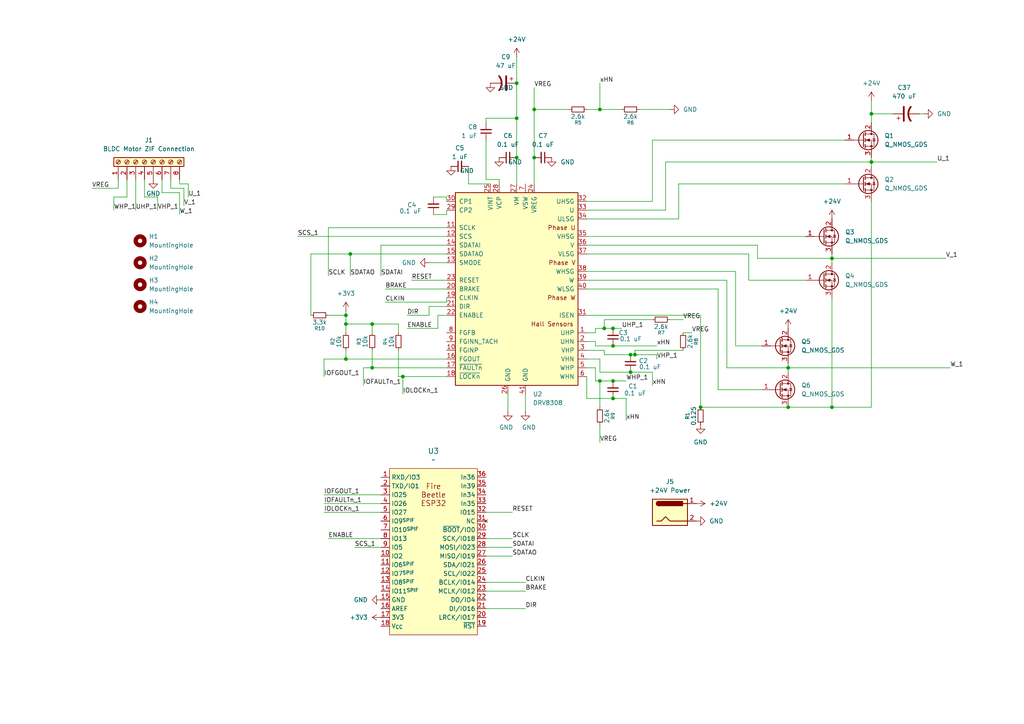
<source format=kicad_sch>
(kicad_sch (version 20250114) (generator "eeschema") (generator_version "9.0")
  (paper "A4")
  (title_block (title "BLDC Motor Control Module") (rev "03"))
  (lib_symbols
    (symbol "Connector:Barrel_Jack" (pin_names (offset 1.016))
      (property "Reference" "J" (at 0 5.334 0))
      (property "Value" "Barrel_Jack" (at 0 -5.08 0))
      (symbol "Barrel_Jack_0_1"
        (rectangle (start -5.08 3.81) (end 5.08 -3.81) (stroke (width 0.254)) (fill (type background)))
        (polyline (pts (xy -3.81 -2.54) (xy -2.54 -2.54) (xy -1.27 -1.27) (xy 0 -2.54) (xy 2.54 -2.54) (xy 5.08 -2.54)) (stroke (width 0.254)))
        (arc (start -3.302 1.905) (mid -3.9343 2.54) (end -3.302 3.175) (stroke (width 0.254)))
        (arc (start -3.302 1.905) (mid -3.9343 2.54) (end -3.302 3.175) (stroke (width 0.254)) (fill (type outline)))
        (rectangle (start 3.683 3.175) (end -3.302 1.905) (stroke (width 0.254)) (fill (type outline)))
        (polyline (pts (xy 5.08 2.54) (xy 3.81 2.54)) (stroke (width 0.254)))
      )
      (symbol "Barrel_Jack_1_1"
        (pin passive line (at 7.62 2.54 180) (length 2.54) (name "~") (number "1"))
        (pin passive line (at 7.62 -2.54 180) (length 2.54) (name "~") (number "2"))
      )
    )
    (symbol "Connector:Screw_Terminal_01x08" (pin_names (offset 1.016) (hide yes))
      (property "Reference" "J" (at 0 10.16 0))
      (property "Value" "Screw_Terminal_01x08" (at 0 -12.7 0))
      (symbol "Screw_Terminal_01x08_1_1"
        (rectangle (start -1.27 8.89) (end 1.27 -11.43) (stroke (width 0.254)) (fill (type background)))
        (polyline (pts (xy -0.5334 7.9502) (xy 0.3302 7.112)) (stroke (width 0.1524)))
        (polyline (pts (xy -0.5334 5.4102) (xy 0.3302 4.572)) (stroke (width 0.1524)))
        (polyline (pts (xy -0.5334 2.8702) (xy 0.3302 2.032)) (stroke (width 0.1524)))
        (polyline (pts (xy -0.5334 0.3302) (xy 0.3302 -0.508)) (stroke (width 0.1524)))
        (polyline (pts (xy -0.5334 -2.2098) (xy 0.3302 -3.048)) (stroke (width 0.1524)))
        (polyline (pts (xy -0.5334 -4.7498) (xy 0.3302 -5.588)) (stroke (width 0.1524)))
        (polyline (pts (xy -0.5334 -7.2898) (xy 0.3302 -8.128)) (stroke (width 0.1524)))
        (polyline (pts (xy -0.5334 -9.8298) (xy 0.3302 -10.668)) (stroke (width 0.1524)))
        (polyline (pts (xy -0.3556 8.128) (xy 0.508 7.2898)) (stroke (width 0.1524)))
        (polyline (pts (xy -0.3556 5.588) (xy 0.508 4.7498)) (stroke (width 0.1524)))
        (polyline (pts (xy -0.3556 3.048) (xy 0.508 2.2098)) (stroke (width 0.1524)))
        (polyline (pts (xy -0.3556 0.508) (xy 0.508 -0.3302)) (stroke (width 0.1524)))
        (polyline (pts (xy -0.3556 -2.032) (xy 0.508 -2.8702)) (stroke (width 0.1524)))
        (polyline (pts (xy -0.3556 -4.572) (xy 0.508 -5.4102)) (stroke (width 0.1524)))
        (polyline (pts (xy -0.3556 -7.112) (xy 0.508 -7.9502)) (stroke (width 0.1524)))
        (polyline (pts (xy -0.3556 -9.652) (xy 0.508 -10.4902)) (stroke (width 0.1524)))
        (circle (center 0 7.62) (radius 0.635) (stroke (width 0.1524)))
        (circle (center 0 5.08) (radius 0.635) (stroke (width 0.1524)))
        (circle (center 0 2.54) (radius 0.635) (stroke (width 0.1524)))
        (circle (center 0 0) (radius 0.635) (stroke (width 0.1524)))
        (circle (center 0 -2.54) (radius 0.635) (stroke (width 0.1524)))
        (circle (center 0 -5.08) (radius 0.635) (stroke (width 0.1524)))
        (circle (center 0 -7.62) (radius 0.635) (stroke (width 0.1524)))
        (circle (center 0 -10.16) (radius 0.635) (stroke (width 0.1524)))
        (pin passive line (at -5.08 7.62 0) (length 3.81) (name "Pin_1") (number "1"))
        (pin passive line (at -5.08 5.08 0) (length 3.81) (name "Pin_2") (number "2"))
        (pin passive line (at -5.08 2.54 0) (length 3.81) (name "Pin_3") (number "3"))
        (pin passive line (at -5.08 0 0) (length 3.81) (name "Pin_4") (number "4"))
        (pin passive line (at -5.08 -2.54 0) (length 3.81) (name "Pin_5") (number "5"))
        (pin passive line (at -5.08 -5.08 0) (length 3.81) (name "Pin_6") (number "6"))
        (pin passive line (at -5.08 -7.62 0) (length 3.81) (name "Pin_7") (number "7"))
        (pin passive line (at -5.08 -10.16 0) (length 3.81) (name "Pin_8") (number "8"))
      )
    )
    (symbol "Device:C_Polarized_US" (pin_numbers (hide yes)) (pin_names (offset 0.254) (hide yes))
      (property "Reference" "C" (at 0.635 2.54 0))
      (property "Value" "C_Polarized_US" (at 0.635 -2.54 0))
      (symbol "C_Polarized_US_0_1"
        (polyline (pts (xy -2.032 0.762) (xy 2.032 0.762)) (stroke (width 0.508)))
        (polyline (pts (xy -1.778 2.286) (xy -0.762 2.286)))
        (polyline (pts (xy -1.27 1.778) (xy -1.27 2.794)))
        (arc (start -2.032 -1.27) (mid 0 -0.5572) (end 2.032 -1.27) (stroke (width 0.508)))
      )
      (symbol "C_Polarized_US_1_1"
        (pin passive line (at 0 3.81 270) (length 2.794) (name "~") (number "1"))
        (pin passive line (at 0 -3.81 90) (length 3.302) (name "~") (number "2"))
      )
    )
    (symbol "Device:C_Small" (pin_numbers (hide yes)) (pin_names (offset 0.254) (hide yes))
      (property "Reference" "C" (at 0.254 1.778 0))
      (property "Value" "C_Small" (at 0.254 -2.032 0))
      (symbol "C_Small_0_1"
        (polyline (pts (xy -1.524 0.508) (xy 1.524 0.508)) (stroke (width 0.3048)))
        (polyline (pts (xy -1.524 -0.508) (xy 1.524 -0.508)) (stroke (width 0.3302)))
      )
      (symbol "C_Small_1_1"
        (pin passive line (at 0 2.54 270) (length 2.032) (name "~") (number "1"))
        (pin passive line (at 0 -2.54 90) (length 2.032) (name "~") (number "2"))
      )
    )
    (symbol "Device:R_Small" (pin_numbers (hide yes)) (pin_names (offset 0.254) (hide yes))
      (property "Reference" "R" (at 0 0 90))
      (property "Value" "R_Small" (at 1.778 0 90))
      (symbol "R_Small_0_1"
        (rectangle (start -0.762 1.778) (end 0.762 -1.778) (stroke (width 0.2032)))
      )
      (symbol "R_Small_1_1"
        (pin passive line (at 0 2.54 270) (length 0.762) (name "~") (number "1"))
        (pin passive line (at 0 -2.54 90) (length 0.762) (name "~") (number "2"))
      )
    )
    (symbol "Driver_Motor:DRV8308" (pin_names (offset 1.016))
      (property "Reference" "U" (at -17.78 36.83 0))
      (property "Value" "DRV8308" (at -17.78 -21.59 0))
      (symbol "DRV8308_0_0"
        (text "Hall Sensors" (at 16.51 -2.54 0) (effects (font (size 1.27 1.27)) (justify right)))
        (text "Phase U" (at 17.145 25.4 0) (effects (font (size 1.27 1.27)) (justify right)))
        (text "Phase V" (at 17.145 15.24 0) (effects (font (size 1.27 1.27)) (justify right)))
        (text "Phase W" (at 17.145 5.08 0) (effects (font (size 1.27 1.27)) (justify right)))
      )
      (symbol "DRV8308_0_1"
        (rectangle (start -17.78 35.56) (end 17.78 -20.32) (stroke (width 0.254)) (fill (type background)))
      )
      (symbol "DRV8308_1_1"
        (pin passive line (at -20.32 33.02 0) (length 2.54) (name "CP1") (number "30"))
        (pin passive line (at -20.32 30.48 0) (length 2.54) (name "CP2") (number "29"))
        (pin input line (at -20.32 25.4 0) (length 2.54) (name "SCLK") (number "11"))
        (pin input line (at -20.32 22.86 0) (length 2.54) (name "SCS") (number "12"))
        (pin input line (at -20.32 20.32 0) (length 2.54) (name "SDATAI") (number "14"))
        (pin output line (at -20.32 17.78 0) (length 2.54) (name "SDATAO") (number "15"))
        (pin input line (at -20.32 15.24 0) (length 2.54) (name "SMODE") (number "13"))
        (pin input line (at -20.32 10.16 0) (length 2.54) (name "RESET") (number "23"))
        (pin input line (at -20.32 7.62 0) (length 2.54) (name "BRAKE") (number "20"))
        (pin input line (at -20.32 5.08 0) (length 2.54) (name "CLKIN") (number "19"))
        (pin input line (at -20.32 2.54 0) (length 2.54) (name "DIR") (number "21"))
        (pin input line (at -20.32 0 0) (length 2.54) (name "ENABLE") (number "22"))
        (pin output line (at -20.32 -5.08 0) (length 2.54) (name "FGFB") (number "8"))
        (pin input line (at -20.32 -7.62 0) (length 2.54) (name "FGINN_TACH") (number "9"))
        (pin bidirectional line (at -20.32 -10.16 0) (length 2.54) (name "FGINP") (number "10"))
        (pin output line (at -20.32 -12.7 0) (length 2.54) (name "FGOUT") (number "16"))
        (pin output line (at -20.32 -15.24 0) (length 2.54) (name "~{FAULTn}") (number "17"))
        (pin output line (at -20.32 -17.78 0) (length 2.54) (name "~{LOCKn}") (number "18"))
        (pin passive line (at -7.62 38.1 270) (length 2.54) (name "VINT") (number "25"))
        (pin passive line (at -5.08 38.1 270) (length 2.54) (name "VCP") (number "28"))
        (pin power_in line (at -2.54 -22.86 90) (length 2.54) (name "GND") (number "26"))
        (pin power_in line (at 0 38.1 270) (length 2.54) (name "VM") (number "27"))
        (pin power_out line (at 2.54 38.1 270) (length 2.54) (name "VSW") (number "7"))
        (pin power_in line (at 2.54 -22.86 90) (length 2.54) (name "GND") (number "41"))
        (pin power_out line (at 5.08 38.1 270) (length 2.54) (name "VREG") (number "24"))
        (pin output line (at 20.32 33.02 180) (length 2.54) (name "UHSG") (number "32"))
        (pin input line (at 20.32 30.48 180) (length 2.54) (name "U") (number "33"))
        (pin output line (at 20.32 27.94 180) (length 2.54) (name "ULSG") (number "34"))
        (pin output line (at 20.32 22.86 180) (length 2.54) (name "VHSG") (number "35"))
        (pin input line (at 20.32 20.32 180) (length 2.54) (name "V") (number "36"))
        (pin output line (at 20.32 17.78 180) (length 2.54) (name "VLSG") (number "37"))
        (pin output line (at 20.32 12.7 180) (length 2.54) (name "WHSG") (number "38"))
        (pin input line (at 20.32 10.16 180) (length 2.54) (name "W") (number "39"))
        (pin output line (at 20.32 7.62 180) (length 2.54) (name "WLSG") (number "40"))
        (pin input line (at 20.32 0 180) (length 2.54) (name "ISEN") (number "31"))
        (pin input line (at 20.32 -5.08 180) (length 2.54) (name "UHP") (number "1"))
        (pin input line (at 20.32 -7.62 180) (length 2.54) (name "UHN") (number "2"))
        (pin input line (at 20.32 -10.16 180) (length 2.54) (name "VHP") (number "3"))
        (pin input line (at 20.32 -12.7 180) (length 2.54) (name "VHN") (number "4"))
        (pin input line (at 20.32 -15.24 180) (length 2.54) (name "WHP") (number "5"))
        (pin input line (at 20.32 -17.78 180) (length 2.54) (name "WHN") (number "6"))
      )
    )
    (symbol "ME507:FireBeetle-ESP32"
      (property "Reference" "U" (at -2.2226 9.1862 0))
      (symbol "FireBeetle-ESP32_1_1"
        (polyline (pts (xy -12.7 22.86) (xy 12.7 22.86) (xy 12.7 -25.4) (xy -12.7 -25.4) (xy -12.7 22.86)) (fill (type background)))
        (text "Fire\nBeetle\nESP32" (at 0 15.24 0) (effects (font (size 1.524 1.524))))
        (pin bidirectional line (at -15.24 20.32 0) (length 2.54) (name "RXD/IO3") (number "1"))
        (pin bidirectional line (at -15.24 17.78 0) (length 2.54) (name "TXD/IO1") (number "2"))
        (pin bidirectional line (at -15.24 15.24 0) (length 2.54) (name "IO25") (number "3"))
        (pin bidirectional line (at -15.24 12.7 0) (length 2.54) (name "IO26") (number "4"))
        (pin bidirectional line (at -15.24 10.16 0) (length 2.54) (name "IO27") (number "5"))
        (pin unspecified line (at -15.24 7.62 0) (length 2.54) (name "IO9^{SPIF}") (number "6"))
        (pin unspecified line (at -15.24 5.08 0) (length 2.54) (name "IO10^{SPIF}") (number "7"))
        (pin bidirectional line (at -15.24 2.54 0) (length 2.54) (name "IO13") (number "8"))
        (pin bidirectional line (at -15.24 0 0) (length 2.54) (name "IO5") (number "9"))
        (pin bidirectional line (at -15.24 -2.54 0) (length 2.54) (name "IO2") (number "10"))
        (pin unspecified line (at -15.24 -5.08 0) (length 2.54) (name "IO6^{SPIF}") (number "11"))
        (pin unspecified line (at -15.24 -7.62 0) (length 2.54) (name "IO7^{SPIF}") (number "12"))
        (pin unspecified line (at -15.24 -10.16 0) (length 2.54) (name "IO8^{SPIF}") (number "13"))
        (pin unspecified line (at -15.24 -12.7 0) (length 2.54) (name "IO11^{SPIF}") (number "14"))
        (pin power_in line (at -15.24 -15.24 0) (length 2.54) (name "GND") (number "15"))
        (pin input line (at -15.24 -17.78 0) (length 2.54) (name "AREF") (number "16"))
        (pin power_out line (at -15.24 -20.32 0) (length 2.54) (name "3V3") (number "17"))
        (pin unspecified line (at -15.24 -22.86 0) (length 2.54) (name "V_{CC}") (number "18"))
        (pin input line (at 15.24 20.32 180) (length 2.54) (name "In36") (number "36"))
        (pin input line (at 15.24 17.78 180) (length 2.54) (name "In39") (number "35"))
        (pin input line (at 15.24 15.24 180) (length 2.54) (name "In34") (number "34"))
        (pin input line (at 15.24 12.7 180) (length 2.54) (name "In35") (number "33"))
        (pin bidirectional line (at 15.24 10.16 180) (length 2.54) (name "IO15") (number "32"))
        (pin no_connect line (at 15.24 7.62 180) (length 2.54) (name "NC") (number "31"))
        (pin bidirectional line (at 15.24 5.08 180) (length 2.54) (name "~{BOOT}/IO0") (number "30"))
        (pin bidirectional line (at 15.24 2.54 180) (length 2.54) (name "SCK/IO18") (number "29"))
        (pin bidirectional line (at 15.24 0 180) (length 2.54) (name "MOSI/IO23") (number "28"))
        (pin bidirectional line (at 15.24 -2.54 180) (length 2.54) (name "MISO/IO19") (number "27"))
        (pin bidirectional line (at 15.24 -5.08 180) (length 2.54) (name "SDA/IO21") (number "26"))
        (pin bidirectional line (at 15.24 -7.62 180) (length 2.54) (name "SCL/IO22") (number "25"))
        (pin bidirectional line (at 15.24 -10.16 180) (length 2.54) (name "BCLK/IO14") (number "24"))
        (pin bidirectional line (at 15.24 -12.7 180) (length 2.54) (name "MCLK/IO12") (number "23"))
        (pin bidirectional line (at 15.24 -15.24 180) (length 2.54) (name "DO/IO4") (number "22"))
        (pin bidirectional line (at 15.24 -17.78 180) (length 2.54) (name "DI/IO16") (number "21"))
        (pin bidirectional line (at 15.24 -20.32 180) (length 2.54) (name "LRCK/IO17") (number "20"))
        (pin bidirectional line (at 15.24 -22.86 180) (length 2.54) (name "~{RST}") (number "19"))
      )
    )
    (symbol "Mechanical:MountingHole" (pin_names (offset 1.016)) (in_bom no)
      (property "Reference" "H" (at 0 5.08 0))
      (property "Value" "MountingHole" (at 0 3.175 0))
      (symbol "MountingHole_0_1"
        (circle (center 0 0) (radius 1.27) (stroke (width 1.27)))
      )
    )
    (symbol "Transistor_FET:Q_NMOS_GDS" (pin_names (offset 0) (hide yes))
      (property "Reference" "Q" (at 5.08 1.905 0))
      (property "Value" "Q_NMOS_GDS" (at 5.08 0 0))
      (symbol "Q_NMOS_GDS_0_1"
        (polyline (pts (xy 0.254 1.905) (xy 0.254 -1.905)) (stroke (width 0.254)))
        (polyline (pts (xy 0.254 0) (xy -2.54 0)))
        (polyline (pts (xy 0.762 2.286) (xy 0.762 1.27)) (stroke (width 0.254)))
        (polyline (pts (xy 0.762 0.508) (xy 0.762 -0.508)) (stroke (width 0.254)))
        (polyline (pts (xy 0.762 -1.27) (xy 0.762 -2.286)) (stroke (width 0.254)))
        (polyline (pts (xy 0.762 -1.778) (xy 3.302 -1.778) (xy 3.302 1.778) (xy 0.762 1.778)))
        (polyline (pts (xy 1.016 0) (xy 2.032 0.381) (xy 2.032 -0.381) (xy 1.016 0)) (fill (type outline)))
        (circle (center 1.651 0) (radius 2.794) (stroke (width 0.254)))
        (polyline (pts (xy 2.54 2.54) (xy 2.54 1.778)))
        (circle (center 2.54 1.778) (radius 0.254) (fill (type outline)))
        (circle (center 2.54 -1.778) (radius 0.254) (fill (type outline)))
        (polyline (pts (xy 2.54 -2.54) (xy 2.54 0) (xy 0.762 0)))
        (polyline (pts (xy 2.921 0.381) (xy 3.683 0.381)))
        (polyline (pts (xy 3.302 0.381) (xy 2.921 -0.254) (xy 3.683 -0.254) (xy 3.302 0.381)))
      )
      (symbol "Q_NMOS_GDS_1_1"
        (pin input line (at -5.08 0 0) (length 2.54) (name "G") (number "1"))
        (pin passive line (at 2.54 5.08 270) (length 2.54) (name "D") (number "2"))
        (pin passive line (at 2.54 -5.08 90) (length 2.54) (name "S") (number "3"))
      )
    )
    (symbol "power:+24V" (power) (pin_numbers (hide yes)) (pin_names (offset 0) (hide yes))
      (property "Value" "+24V" (at 0 3.556 0))
      (symbol "+24V_0_1"
        (polyline (pts (xy -0.762 1.27) (xy 0 2.54)))
        (polyline (pts (xy 0 2.54) (xy 0.762 1.27)))
        (polyline (pts (xy 0 0) (xy 0 2.54)))
      )
      (symbol "+24V_1_1"
        (pin power_in line (at 0 0 90) (length 0) (name "~") (number "1"))
      )
    )
    (symbol "power:+5V" (power) (pin_numbers (hide yes)) (pin_names (offset 0) (hide yes))
      (property "Value" "+5V" (at 0 3.556 0))
      (symbol "+5V_0_1"
        (polyline (pts (xy -0.762 1.27) (xy 0 2.54)))
        (polyline (pts (xy 0 2.54) (xy 0.762 1.27)))
        (polyline (pts (xy 0 0) (xy 0 2.54)))
      )
      (symbol "+5V_1_1"
        (pin power_in line (at 0 0 90) (length 0) (name "~") (number "1"))
      )
    )
    (symbol "power:GND" (power) (pin_numbers (hide yes)) (pin_names (offset 0) (hide yes))
      (property "Value" "GND" (at 0 -3.81 0))
      (symbol "GND_0_1"
        (polyline (pts (xy 0 0) (xy 0 -1.27) (xy 1.27 -1.27) (xy 0 -2.54) (xy -1.27 -1.27) (xy 0 -1.27)))
      )
      (symbol "GND_1_1"
        (pin power_in line (at 0 0 270) (length 0) (name "~") (number "1"))
      )
    )
    (symbol "power:GND1" (power) (pin_numbers (hide yes)) (pin_names (offset 0) (hide yes))
      (property "Value" "GND1" (at 0 -3.81 0))
      (symbol "GND1_0_1"
        (polyline (pts (xy 0 0) (xy 0 -1.27) (xy 1.27 -1.27) (xy 0 -2.54) (xy -1.27 -1.27) (xy 0 -1.27)))
      )
      (symbol "GND1_1_1"
        (pin power_in line (at 0 0 270) (length 0) (name "~") (number "1"))
      )
    )
  )
  (junction (at 149.86 34.29))
  (junction (at 100.33 93.98))
  (junction (at 154.94 45.72))
  (junction (at 241.3 118.11))
  (junction (at 101.6 73.66))
  (junction (at 177.8 110.49))
  (junction (at 228.6 106.68))
  (junction (at 107.95 106.68))
  (junction (at 184.15 102.87))
  (junction (at 175.26 95.25))
  (junction (at 182.88 102.87))
  (junction (at 182.88 107.95))
  (junction (at 252.73 46.99))
  (junction (at 100.33 91.44))
  (junction (at 100.33 104.14))
  (junction (at 173.99 31.75))
  (junction (at 154.94 31.75))
  (junction (at 203.2 118.11))
  (junction (at 177.8 115.57))
  (junction (at 228.6 118.11))
  (junction (at 177.8 100.33))
  (junction (at 173.99 110.49))
  (junction (at 149.86 24.13))
  (junction (at 116.84 109.22))
  (junction (at 252.73 33.02))
  (junction (at 241.3 74.93))
  (junction (at 149.86 45.72))
  (junction (at 177.8 95.25))
  (junction (at 107.95 93.98))
  (wire (pts (xy 100.33 93.98) (xy 100.33 96.52)))
  (wire (pts (xy 267.97 33.02) (xy 266.7 33.02)))
  (wire (pts (xy 140.97 158.75) (xy 148.59 158.75)))
  (wire (pts (xy 182.88 102.87) (xy 184.15 102.87)))
  (wire (pts (xy 140.97 168.91) (xy 152.4 168.91)))
  (wire (pts (xy 100.33 104.14) (xy 129.54 104.14)))
  (wire (pts (xy 46.99 55.88) (xy 52.07 55.88)))
  (wire (pts (xy 129.54 71.12) (xy 110.49 71.12)))
  (wire (pts (xy 95.25 91.44) (xy 100.33 91.44)))
  (wire (pts (xy 93.98 146.05) (xy 110.49 146.05)))
  (wire (pts (xy 102.87 158.75) (xy 110.49 158.75)))
  (wire (pts (xy 198.12 101.6) (xy 184.15 101.6)))
  (wire (pts (xy 170.18 63.5) (xy 196.85 63.5)))
  (wire (pts (xy 149.86 45.72) (xy 149.86 53.34)))
  (wire (pts (xy 184.15 101.6) (xy 184.15 102.87)))
  (wire (pts (xy 217.17 81.28) (xy 233.68 81.28)))
  (wire (pts (xy 241.3 73.66) (xy 241.3 74.93)))
  (wire (pts (xy 252.73 45.72) (xy 252.73 46.99)))
  (wire (pts (xy 170.18 31.75) (xy 173.99 31.75)))
  (wire (pts (xy 129.54 91.44) (xy 127 91.44)))
  (wire (pts (xy 49.53 54.61) (xy 53.34 54.61)))
  (wire (pts (xy 93.98 104.14) (xy 100.33 104.14)))
  (wire (pts (xy 173.99 104.14) (xy 173.99 107.95)))
  (wire (pts (xy 149.86 34.29) (xy 149.86 45.72)))
  (wire (pts (xy 203.2 118.11) (xy 228.6 118.11)))
  (wire (pts (xy 93.98 148.59) (xy 110.49 148.59)))
  (wire (pts (xy 54.61 53.34) (xy 54.61 57.15)))
  (wire (pts (xy 93.98 143.51) (xy 110.49 143.51)))
  (wire (pts (xy 41.91 52.07) (xy 41.91 57.15)))
  (wire (pts (xy 175.26 102.87) (xy 182.88 102.87)))
  (wire (pts (xy 111.76 87.63) (xy 129.54 87.63)))
  (wire (pts (xy 154.94 31.75) (xy 165.1 31.75)))
  (wire (pts (xy 45.72 57.15) (xy 45.72 60.96)))
  (wire (pts (xy 107.95 93.98) (xy 115.57 93.98)))
  (wire (pts (xy 49.53 52.07) (xy 49.53 54.61)))
  (wire (pts (xy 170.18 96.52) (xy 172.72 96.52)))
  (wire (pts (xy 228.6 105.41) (xy 228.6 106.68)))
  (wire (pts (xy 175.26 95.25) (xy 177.8 95.25)))
  (wire (pts (xy 152.4 114.3) (xy 152.4 119.38)))
  (wire (pts (xy 95.25 66.04) (xy 95.25 80.01)))
  (wire (pts (xy 210.82 106.68) (xy 228.6 106.68)))
  (wire (pts (xy 154.94 25.4) (xy 154.94 31.75)))
  (wire (pts (xy 140.97 148.59) (xy 148.59 148.59)))
  (wire (pts (xy 228.6 106.68) (xy 275.59 106.68)))
  (wire (pts (xy 173.99 107.95) (xy 182.88 107.95)))
  (wire (pts (xy 184.15 102.87) (xy 190.5 102.87)))
  (wire (pts (xy 208.28 113.03) (xy 220.98 113.03)))
  (wire (pts (xy 170.18 81.28) (xy 210.82 81.28)))
  (wire (pts (xy 219.71 71.12) (xy 219.71 74.93)))
  (wire (pts (xy 144.78 53.34) (xy 144.78 52.07)))
  (wire (pts (xy 100.33 91.44) (xy 100.33 93.98)))
  (wire (pts (xy 172.72 99.06) (xy 172.72 100.33)))
  (wire (pts (xy 118.11 95.25) (xy 127 95.25)))
  (wire (pts (xy 173.99 110.49) (xy 173.99 118.11)))
  (wire (pts (xy 175.26 92.71) (xy 175.26 95.25)))
  (wire (pts (xy 252.73 33.02) (xy 252.73 35.56)))
  (wire (pts (xy 173.99 123.19) (xy 173.99 128.27)))
  (wire (pts (xy 170.18 58.42) (xy 189.23 58.42)))
  (wire (pts (xy 170.18 78.74) (xy 213.36 78.74)))
  (wire (pts (xy 189.23 92.71) (xy 175.26 92.71)))
  (wire (pts (xy 105.41 111.76) (xy 105.41 106.68)))
  (wire (pts (xy 182.88 107.95) (xy 189.23 107.95)))
  (wire (pts (xy 170.18 73.66) (xy 217.17 73.66)))
  (wire (pts (xy 252.73 58.42) (xy 252.73 118.11)))
  (wire (pts (xy 129.54 60.96) (xy 129.54 62.23)))
  (wire (pts (xy 140.97 34.29) (xy 149.86 34.29)))
  (wire (pts (xy 95.25 156.21) (xy 110.49 156.21)))
  (wire (pts (xy 140.97 156.21) (xy 148.59 156.21)))
  (wire (pts (xy 116.84 109.22) (xy 129.54 109.22)))
  (wire (pts (xy 52.07 55.88) (xy 52.07 62.23)))
  (wire (pts (xy 170.18 60.96) (xy 193.04 60.96)))
  (wire (pts (xy 124.46 76.2) (xy 129.54 76.2)))
  (wire (pts (xy 170.18 106.68) (xy 172.72 106.68)))
  (wire (pts (xy 154.94 53.34) (xy 154.94 45.72)))
  (wire (pts (xy 189.23 40.64) (xy 245.11 40.64)))
  (wire (pts (xy 105.41 106.68) (xy 107.95 106.68)))
  (wire (pts (xy 118.11 91.44) (xy 124.46 91.44)))
  (wire (pts (xy 135.89 48.26) (xy 135.89 53.34)))
  (wire (pts (xy 100.33 101.6) (xy 100.33 104.14)))
  (wire (pts (xy 33.02 57.15) (xy 33.02 60.96)))
  (wire (pts (xy 34.29 52.07) (xy 34.29 54.61)))
  (wire (pts (xy 181.61 121.92) (xy 181.61 115.57)))
  (wire (pts (xy 189.23 107.95) (xy 189.23 111.76)))
  (wire (pts (xy 125.73 57.15) (xy 129.54 57.15)))
  (wire (pts (xy 177.8 110.49) (xy 181.61 110.49)))
  (wire (pts (xy 173.99 31.75) (xy 180.34 31.75)))
  (wire (pts (xy 142.24 53.34) (xy 135.89 53.34)))
  (wire (pts (xy 172.72 110.49) (xy 173.99 110.49)))
  (wire (pts (xy 252.73 118.11) (xy 241.3 118.11)))
  (wire (pts (xy 196.85 63.5) (xy 196.85 53.34)))
  (wire (pts (xy 149.86 16.51) (xy 149.86 24.13)))
  (wire (pts (xy 140.97 34.29) (xy 140.97 35.56)))
  (wire (pts (xy 190.5 100.33) (xy 177.8 100.33)))
  (wire (pts (xy 241.3 118.11) (xy 228.6 118.11)))
  (wire (pts (xy 107.95 96.52) (xy 107.95 93.98)))
  (wire (pts (xy 170.18 115.57) (xy 177.8 115.57)))
  (wire (pts (xy 252.73 29.21) (xy 252.73 33.02)))
  (wire (pts (xy 173.99 24.13) (xy 173.99 31.75)))
  (wire (pts (xy 175.26 101.6) (xy 175.26 102.87)))
  (wire (pts (xy 52.07 53.34) (xy 54.61 53.34)))
  (wire (pts (xy 172.72 106.68) (xy 172.72 110.49)))
  (wire (pts (xy 115.57 101.6) (xy 115.57 109.22)))
  (wire (pts (xy 140.97 176.53) (xy 152.4 176.53)))
  (wire (pts (xy 252.73 46.99) (xy 271.78 46.99)))
  (wire (pts (xy 86.36 68.58) (xy 129.54 68.58)))
  (wire (pts (xy 170.18 101.6) (xy 175.26 101.6)))
  (wire (pts (xy 125.73 62.23) (xy 129.54 62.23)))
  (wire (pts (xy 173.99 110.49) (xy 177.8 110.49)))
  (wire (pts (xy 241.3 74.93) (xy 241.3 76.2)))
  (wire (pts (xy 149.86 24.13) (xy 149.86 34.29)))
  (wire (pts (xy 101.6 73.66) (xy 101.6 80.01)))
  (wire (pts (xy 170.18 99.06) (xy 172.72 99.06)))
  (wire (pts (xy 110.49 71.12) (xy 110.49 80.01)))
  (wire (pts (xy 154.94 31.75) (xy 154.94 45.72)))
  (wire (pts (xy 193.04 60.96) (xy 193.04 46.99)))
  (wire (pts (xy 115.57 96.52) (xy 115.57 93.98)))
  (wire (pts (xy 170.18 71.12) (xy 219.71 71.12)))
  (wire (pts (xy 203.2 91.44) (xy 203.2 118.11)))
  (wire (pts (xy 26.67 54.61) (xy 34.29 54.61)))
  (wire (pts (xy 170.18 91.44) (xy 203.2 91.44)))
  (wire (pts (xy 107.95 106.68) (xy 129.54 106.68)))
  (wire (pts (xy 170.18 68.58) (xy 233.68 68.58)))
  (wire (pts (xy 140.97 40.64) (xy 140.97 52.07)))
  (wire (pts (xy 111.76 83.82) (xy 129.54 83.82)))
  (wire (pts (xy 241.3 86.36) (xy 241.3 118.11)))
  (wire (pts (xy 100.33 90.17) (xy 100.33 91.44)))
  (wire (pts (xy 129.54 73.66) (xy 101.6 73.66)))
  (wire (pts (xy 181.61 115.57) (xy 177.8 115.57)))
  (wire (pts (xy 115.57 109.22) (xy 116.84 109.22)))
  (wire (pts (xy 36.83 52.07) (xy 36.83 57.15)))
  (wire (pts (xy 144.78 52.07) (xy 140.97 52.07)))
  (wire (pts (xy 90.17 73.66) (xy 101.6 73.66)))
  (wire (pts (xy 228.6 106.68) (xy 228.6 107.95)))
  (wire (pts (xy 124.46 88.9) (xy 124.46 91.44)))
  (wire (pts (xy 140.97 161.29) (xy 148.59 161.29)))
  (wire (pts (xy 100.33 93.98) (xy 107.95 93.98)))
  (wire (pts (xy 119.38 81.28) (xy 129.54 81.28)))
  (wire (pts (xy 241.3 74.93) (xy 274.32 74.93)))
  (wire (pts (xy 170.18 104.14) (xy 173.99 104.14)))
  (wire (pts (xy 189.23 58.42) (xy 189.23 40.64)))
  (wire (pts (xy 107.95 101.6) (xy 107.95 106.68)))
  (wire (pts (xy 190.5 102.87) (xy 190.5 104.14)))
  (wire (pts (xy 213.36 100.33) (xy 220.98 100.33)))
  (wire (pts (xy 90.17 91.44) (xy 90.17 73.66)))
  (wire (pts (xy 210.82 81.28) (xy 210.82 106.68)))
  (wire (pts (xy 172.72 95.25) (xy 175.26 95.25)))
  (wire (pts (xy 46.99 52.07) (xy 46.99 55.88)))
  (wire (pts (xy 185.42 31.75) (xy 194.31 31.75)))
  (wire (pts (xy 198.12 96.52) (xy 200.66 96.52)))
  (wire (pts (xy 129.54 57.15) (xy 129.54 58.42)))
  (wire (pts (xy 170.18 83.82) (xy 208.28 83.82)))
  (wire (pts (xy 116.84 109.22) (xy 116.84 114.3)))
  (wire (pts (xy 129.54 88.9) (xy 124.46 88.9)))
  (wire (pts (xy 52.07 52.07) (xy 52.07 53.34)))
  (wire (pts (xy 217.17 73.66) (xy 217.17 81.28)))
  (wire (pts (xy 53.34 54.61) (xy 53.34 59.69)))
  (wire (pts (xy 177.8 95.25) (xy 180.34 95.25)))
  (wire (pts (xy 193.04 46.99) (xy 252.73 46.99)))
  (wire (pts (xy 127 91.44) (xy 127 95.25)))
  (wire (pts (xy 129.54 66.04) (xy 95.25 66.04)))
  (wire (pts (xy 147.32 114.3) (xy 147.32 119.38)))
  (wire (pts (xy 208.28 83.82) (xy 208.28 113.03)))
  (wire (pts (xy 213.36 78.74) (xy 213.36 100.33)))
  (wire (pts (xy 172.72 96.52) (xy 172.72 95.25)))
  (wire (pts (xy 252.73 46.99) (xy 252.73 48.26)))
  (wire (pts (xy 93.98 104.14) (xy 93.98 109.22)))
  (wire (pts (xy 196.85 53.34) (xy 245.11 53.34)))
  (wire (pts (xy 172.72 100.33) (xy 177.8 100.33)))
  (wire (pts (xy 140.97 171.45) (xy 152.4 171.45)))
  (wire (pts (xy 252.73 33.02) (xy 259.08 33.02)))
  (wire (pts (xy 36.83 57.15) (xy 33.02 57.15)))
  (wire (pts (xy 219.71 74.93) (xy 241.3 74.93)))
  (wire (pts (xy 194.31 92.71) (xy 198.12 92.71)))
  (wire (pts (xy 170.18 109.22) (xy 170.18 115.57)))
  (wire (pts (xy 39.37 52.07) (xy 39.37 60.96)))
  (wire (pts (xy 129.54 87.63) (xy 129.54 86.36)))
  (wire (pts (xy 41.91 57.15) (xy 45.72 57.15)))
  (label "IOFGOUT_1" (at 93.98 109.22 0))
  (label "IOFAULTn_1" (at 93.98 146.05 0))
  (label "VHP_1" (at 45.72 60.96 0))
  (label "SDATAI" (at 148.59 158.75 0))
  (label "SCS_1" (at 86.36 68.58 0))
  (label "U_1" (at 54.61 57.15 0))
  (label "W_1" (at 275.59 106.68 0))
  (label "IOLOCKn_1" (at 116.84 114.3 0))
  (label "ENABLE" (at 118.11 95.25 0))
  (label "UHP_1" (at 39.37 60.96 0))
  (label "DIR" (at 152.4 176.53 0))
  (label "VHP_1" (at 190.5 104.14 0))
  (label "VREG" (at 173.99 128.27 0))
  (label "xHN" (at 190.5 100.33 0))
  (label "SCLK" (at 148.59 156.21 0))
  (label "xHN" (at 173.99 24.13 0))
  (label "WHP_1" (at 33.02 60.96 0))
  (label "VREG" (at 200.66 96.52 0))
  (label "VREG" (at 154.94 25.4 0))
  (label "UHP_1" (at 180.34 95.25 0))
  (label "ENABLE" (at 95.25 156.21 0))
  (label "VREG" (at 26.67 54.61 0))
  (label "xHN" (at 189.23 111.76 0))
  (label "IOFGOUT_1" (at 93.98 143.51 0))
  (label "SDATAO" (at 101.6 80.01 0))
  (label "BRAKE" (at 152.4 171.45 0))
  (label "CLKIN" (at 152.4 168.91 0))
  (label "W_1" (at 52.07 62.23 0))
  (label "CLKIN" (at 111.76 87.63 0))
  (label "RESET" (at 119.38 81.28 0))
  (label "SDATAI" (at 110.49 80.01 0))
  (label "SDATAO" (at 148.59 161.29 0))
  (label "SCLK" (at 95.25 80.01 0))
  (label "U_1" (at 271.78 46.99 0))
  (label "DIR" (at 118.11 91.44 0))
  (label "xHN" (at 181.61 121.92 0))
  (label "IOLOCKn_1" (at 93.98 148.59 0))
  (label "V_1" (at 53.34 59.69 0))
  (label "VREG" (at 198.12 92.71 0))
  (label "IOFAULTn_1" (at 105.41 111.76 0))
  (label "WHP_1" (at 181.61 110.49 0))
  (label "V_1" (at 274.32 74.93 0))
  (label "SCS_1" (at 102.87 158.75 0))
  (label "RESET" (at 148.59 148.59 0))
  (label "BRAKE" (at 111.76 83.82 0))
  (symbol (lib_id "power:GND1") (at 267.97 33.02 90) (unit 1)
    (property "Reference" "#PWR063" (effects (hide yes)))
    (property "Value" "GND" (at 271.78 33.0199 90) (effects (justify right)))
    (property "Description" "Power symbol creates a global label with name \"GND1\" , ground" (effects (hide yes)))
  )
  (symbol (lib_id "Device:C_Small") (at 182.88 105.41 0) (mirror x) (unit 1)
    (property "Reference" "C2" (at 187.96 104.648 0) (effects (justify right)))
    (property "Value" "0.1 uF" (at 191.77 106.426 0) (effects (justify right)))
    (property "Footprint" "Capacitor_SMD:C_0805_2012Metric" (effects (hide yes)))
    (property "Description" "Unpolarized capacitor, small symbol" (effects (hide yes)))
  )
  (symbol (lib_id "Transistor_FET:Q_NMOS_GDS") (at 238.76 81.28 0) (unit 1)
    (property "Reference" "Q4" (at 245.11 80.0099 0) (effects (justify left)))
    (property "Value" "Q_NMOS_GDS" (at 245.11 82.5499 0) (effects (justify left)))
    (property "Footprint" "Package_TO_SOT_SMD:TO-252-3_TabPin2" (effects (hide yes)))
    (property "Description" "N-MOSFET transistor, gate/drain/source" (effects (hide yes)))
  )
  (symbol (lib_id "power:GND1") (at 152.4 119.38 0) (unit 1)
    (property "Reference" "#PWR053" (effects (hide yes)))
    (property "Value" "GND" (at 153.416 123.952 0))
    (property "Description" "Power symbol creates a global label with name \"GND1\" , ground" (effects (hide yes)))
  )
  (symbol (lib_id "Device:R_Small") (at 198.12 99.06 0) (unit 1)
    (property "Reference" "R8" (at 201.93 99.06 90) (effects (font (size 1.016 1.016))))
    (property "Value" "2.6k" (at 200.152 99.06 90))
    (property "Footprint" "Resistor_SMD:R_0805_2012Metric" (effects (hide yes)))
    (property "Description" "Resistor, small symbol" (effects (hide yes)))
  )
  (symbol (lib_id "Device:C_Small") (at 125.73 59.69 180) (unit 1)
    (property "Reference" "C4" (at 118.11 59.436 0) (effects (justify right)))
    (property "Value" "0.1 uF" (at 115.824 61.214 0) (effects (justify right)))
    (property "Footprint" "Capacitor_SMD:C_0805_2012Metric" (effects (hide yes)))
    (property "Description" "Unpolarized capacitor, small symbol" (effects (hide yes)))
  )
  (symbol (lib_id "Connector:Barrel_Jack") (at 194.31 148.59 0) (unit 1)
    (property "Reference" "J5" (at 194.31 139.7 0))
    (property "Value" "+24V Power" (at 194.31 142.24 0))
    (property "Footprint" "Connector_BarrelJack:BarrelJack_Wuerth_694108106102_2.5x5.5mm" (effects (hide yes)))
    (property "Description" "DC Barrel Jack" (effects (hide yes)))
  )
  (symbol (lib_id "Device:R_Small") (at 191.77 92.71 270) (unit 1)
    (property "Reference" "R7" (at 191.77 96.52 90) (effects (font (size 1.016 1.016))))
    (property "Value" "2.6k" (at 191.77 94.742 90))
    (property "Footprint" "Resistor_SMD:R_0805_2012Metric" (effects (hide yes)))
    (property "Description" "Resistor, small symbol" (effects (hide yes)))
  )
  (symbol (lib_id "power:GND1") (at 110.49 173.99 270) (unit 1)
    (property "Reference" "#PWR08" (effects (hide yes)))
    (property "Value" "GND" (at 106.68 173.9899 90) (effects (justify right)))
    (property "Description" "Power symbol creates a global label with name \"GND1\" , ground" (effects (hide yes)))
  )
  (symbol (lib_id "Device:R_Small") (at 115.57 99.06 180) (unit 1)
    (property "Reference" "R4" (at 111.76 99.06 90) (effects (font (size 1.016 1.016))))
    (property "Value" "10k" (at 113.538 99.06 90))
    (property "Footprint" "Resistor_SMD:R_0805_2012Metric" (effects (hide yes)))
    (property "Description" "Resistor, small symbol" (effects (hide yes)))
  )
  (symbol (lib_id "power:GND") (at 201.93 151.13 90) (unit 1)
    (property "Reference" "#PWR079" (effects (hide yes)))
    (property "Value" "GND" (at 205.74 151.1299 90) (effects (justify right)))
    (property "Description" "Power symbol creates a global label with name \"GND\" , ground" (effects (hide yes)))
  )
  (symbol (lib_id "power:+24V") (at 241.3 63.5 0) (unit 1)
    (property "Reference" "#PWR056" (effects (hide yes)))
    (property "Value" "+24V" (at 241.3 58.42 0))
    (property "Description" "Power symbol creates a global label with name \"+24V\"" (effects (hide yes)))
  )
  (symbol (lib_id "power:+24V") (at 149.86 16.51 0) (unit 1)
    (property "Reference" "#PWR052" (effects (hide yes)))
    (property "Value" "+24V" (at 149.86 11.43 0))
    (property "Description" "Power symbol creates a global label with name \"+24V\"" (effects (hide yes)))
  )
  (symbol (lib_id "power:GND1") (at 124.46 76.2 270) (mirror x) (unit 1)
    (property "Reference" "#PWR06" (effects (hide yes)))
    (property "Value" "GND" (at 120.65 76.1999 90) (effects (justify right)))
    (property "Description" "Power symbol creates a global label with name \"GND1\" , ground" (effects (hide yes)))
  )
  (symbol (lib_id "Device:R_Small") (at 167.64 31.75 270) (unit 1)
    (property "Reference" "R5" (at 167.64 35.56 90) (effects (font (size 1.016 1.016))))
    (property "Value" "2.6k" (at 167.64 33.782 90))
    (property "Footprint" "Resistor_SMD:R_0805_2012Metric" (effects (hide yes)))
    (property "Description" "Resistor, small symbol" (effects (hide yes)))
  )
  (symbol (lib_id "power:+5V") (at 110.49 179.07 90) (unit 1)
    (property "Reference" "#PWR07" (effects (hide yes)))
    (property "Value" "+3V3" (at 106.68 179.0699 90) (effects (justify left)))
    (property "Description" "Power symbol creates a global label with name \"+5V\"" (effects (hide yes)))
  )
  (symbol (lib_id "power:+24V") (at 252.73 29.21 0) (unit 1)
    (property "Reference" "#PWR055" (effects (hide yes)))
    (property "Value" "+24V" (at 252.73 24.13 0))
    (property "Description" "Power symbol creates a global label with name \"+24V\"" (effects (hide yes)))
  )
  (symbol (lib_id "ME507:FireBeetle-ESP32") (at 125.73 158.75 0) (unit 1)
    (property "Reference" "U3" (at 125.73 130.81 0) (effects (font (size 1.524 1.524))))
    (property "Value" "~" (at 125.73 133.35 0))
    (property "Footprint" "ME507:FireBeetle-ESP32" (effects (hide yes)))
    (property "Datasheet" "https://www.dfrobot.com/product-1590.html" (effects (hide yes)))
  )
  (symbol (lib_id "Connector:Screw_Terminal_01x08") (at 41.91 46.99 90) (unit 1)
    (property "Reference" "J1" (at 43.18 40.64 90))
    (property "Value" "BLDC Motor ZIF Connection" (at 43.18 43.18 90))
    (property "Footprint" "Connector_FFC-FPC:Hirose_FH12-8S-0.5SH_1x08-1MP_P0.50mm_Horizontal" (effects (hide yes)))
    (property "Description" "Generic screw terminal, single row, 01x08, script generated (kicad-library-utils/schlib/autogen/connector/)" (effects (hide yes)))
  )
  (symbol (lib_id "Transistor_FET:Q_NMOS_GDS") (at 250.19 53.34 0) (unit 1)
    (property "Reference" "Q2" (at 256.54 52.0699 0) (effects (justify left)))
    (property "Value" "Q_NMOS_GDS" (at 256.54 54.6099 0) (effects (justify left)))
    (property "Footprint" "Package_TO_SOT_SMD:TO-252-3_TabPin2" (effects (hide yes)))
    (property "Description" "N-MOSFET transistor, gate/drain/source" (effects (hide yes)))
  )
  (symbol (lib_id "power:GND1") (at 130.81 48.26 0) (unit 1)
    (property "Reference" "#PWR048" (effects (hide yes)))
    (property "Value" "GND" (at 133.35 49.5299 0) (effects (justify left)))
    (property "Description" "Power symbol creates a global label with name \"GND1\" , ground" (effects (hide yes)))
  )
  (symbol (lib_id "power:GND1") (at 203.2 123.19 0) (unit 1)
    (property "Reference" "#PWR058" (effects (hide yes)))
    (property "Value" "GND" (at 203.2 128.27 0))
    (property "Description" "Power symbol creates a global label with name \"GND1\" , ground" (effects (hide yes)))
  )
  (symbol (lib_id "Mechanical:MountingHole") (at 40.64 76.2 0) (unit 1) (in_bom no)
    (property "Reference" "H2" (at 43.18 74.9299 0) (effects (justify left)))
    (property "Value" "MountingHole" (at 43.18 77.4699 0) (effects (justify left)))
    (property "Footprint" "MountingHole:MountingHole_2.5mm_Pad" (effects (hide yes)))
    (property "Description" "Mounting Hole without connection" (effects (hide yes)))
  )
  (symbol (lib_id "Device:R_Small") (at 182.88 31.75 270) (unit 1)
    (property "Reference" "R6" (at 182.88 35.56 90) (effects (font (size 1.016 1.016))))
    (property "Value" "2.6k" (at 182.88 33.782 90))
    (property "Footprint" "Resistor_SMD:R_0805_2012Metric" (effects (hide yes)))
    (property "Description" "Resistor, small symbol" (effects (hide yes)))
  )
  (symbol (lib_id "Transistor_FET:Q_NMOS_GDS") (at 250.19 40.64 0) (unit 1)
    (property "Reference" "Q1" (at 256.54 39.3699 0) (effects (justify left)))
    (property "Value" "Q_NMOS_GDS" (at 256.54 41.9099 0) (effects (justify left)))
    (property "Footprint" "Package_TO_SOT_SMD:TO-252-3_TabPin2" (effects (hide yes)))
    (property "Description" "N-MOSFET transistor, gate/drain/source" (effects (hide yes)))
  )
  (symbol (lib_id "power:GND") (at 44.45 52.07 0) (unit 1)
    (property "Reference" "#PWR03" (effects (hide yes)))
    (property "Value" "GND" (at 44.45 56.134 0))
    (property "Description" "Power symbol creates a global label with name \"GND\" , ground" (effects (hide yes)))
  )
  (symbol (lib_id "Transistor_FET:Q_NMOS_GDS") (at 226.06 113.03 0) (unit 1)
    (property "Reference" "Q6" (at 232.41 111.7599 0) (effects (justify left)))
    (property "Value" "Q_NMOS_GDS" (at 232.41 114.2999 0) (effects (justify left)))
    (property "Footprint" "Package_TO_SOT_SMD:TO-252-3_TabPin2" (effects (hide yes)))
    (property "Description" "N-MOSFET transistor, gate/drain/source" (effects (hide yes)))
  )
  (symbol (lib_id "Device:R_Small") (at 100.33 99.06 180) (unit 1)
    (property "Reference" "R2" (at 96.52 99.06 90) (effects (font (size 1.016 1.016))))
    (property "Value" "10k" (at 98.298 99.06 90))
    (property "Footprint" "Resistor_SMD:R_0805_2012Metric" (effects (hide yes)))
    (property "Description" "Resistor, small symbol" (effects (hide yes)))
  )
  (symbol (lib_id "Device:R_Small") (at 92.71 91.44 270) (unit 1)
    (property "Reference" "R10" (at 92.71 95.25 90) (effects (font (size 1.016 1.016))))
    (property "Value" "3.3k" (at 92.71 93.472 90))
    (property "Footprint" "Resistor_SMD:R_0805_2012Metric" (effects (hide yes)))
    (property "Description" "Resistor, small symbol" (effects (hide yes)))
  )
  (symbol (lib_id "Mechanical:MountingHole") (at 40.64 69.85 0) (unit 1) (in_bom no)
    (property "Reference" "H1" (at 43.18 68.5799 0) (effects (justify left)))
    (property "Value" "MountingHole" (at 43.18 71.1199 0) (effects (justify left)))
    (property "Footprint" "MountingHole:MountingHole_2.5mm_Pad" (effects (hide yes)))
    (property "Description" "Mounting Hole without connection" (effects (hide yes)))
  )
  (symbol (lib_id "Mechanical:MountingHole") (at 40.64 82.55 0) (unit 1) (in_bom no)
    (property "Reference" "H3" (at 43.18 81.2799 0) (effects (justify left)))
    (property "Value" "MountingHole" (at 43.18 83.8199 0) (effects (justify left)))
    (property "Footprint" "MountingHole:MountingHole_2.5mm_Pad" (effects (hide yes)))
    (property "Description" "Mounting Hole without connection" (effects (hide yes)))
  )
  (symbol (lib_id "Device:C_Small") (at 177.8 113.03 0) (mirror x) (unit 1)
    (property "Reference" "C1" (at 184.912 112.014 0) (effects (justify right)))
    (property "Value" "0.1 uF" (at 187.452 114.046 0) (effects (justify right)))
    (property "Footprint" "Capacitor_SMD:C_0805_2012Metric" (effects (hide yes)))
    (property "Description" "Unpolarized capacitor, small symbol" (effects (hide yes)))
  )
  (symbol (lib_id "Transistor_FET:Q_NMOS_GDS") (at 238.76 68.58 0) (unit 1)
    (property "Reference" "Q3" (at 245.11 67.3099 0) (effects (justify left)))
    (property "Value" "Q_NMOS_GDS" (at 245.11 69.8499 0) (effects (justify left)))
    (property "Footprint" "Package_TO_SOT_SMD:TO-252-3_TabPin2" (effects (hide yes)))
    (property "Description" "N-MOSFET transistor, gate/drain/source" (effects (hide yes)))
  )
  (symbol (lib_id "power:+24V") (at 228.6 95.25 0) (unit 1)
    (property "Reference" "#PWR057" (effects (hide yes)))
    (property "Value" "+24V" (at 228.6 90.17 0))
    (property "Description" "Power symbol creates a global label with name \"+24V\"" (effects (hide yes)))
  )
  (symbol (lib_id "power:GND1") (at 160.02 45.72 0) (mirror y) (unit 1)
    (property "Reference" "#PWR054" (effects (hide yes)))
    (property "Value" "GND" (at 162.56 46.9899 0) (effects (justify right)))
    (property "Description" "Power symbol creates a global label with name \"GND1\" , ground" (effects (hide yes)))
  )
  (symbol (lib_id "power:+24V") (at 201.93 146.05 270) (unit 1)
    (property "Reference" "#PWR081" (effects (hide yes)))
    (property "Value" "+24V" (at 205.74 146.0499 90) (effects (justify left)))
    (property "Description" "Power symbol creates a global label with name \"+24V\"" (effects (hide yes)))
  )
  (symbol (lib_id "power:GND1") (at 194.31 31.75 90) (mirror x) (unit 1)
    (property "Reference" "#PWR02" (effects (hide yes)))
    (property "Value" "GND" (at 198.12 31.7499 90) (effects (justify right)))
    (property "Description" "Power symbol creates a global label with name \"GND1\" , ground" (effects (hide yes)))
  )
  (symbol (lib_id "Transistor_FET:Q_NMOS_GDS") (at 226.06 100.33 0) (unit 1)
    (property "Reference" "Q5" (at 232.41 99.0599 0) (effects (justify left)))
    (property "Value" "Q_NMOS_GDS" (at 232.41 101.5999 0) (effects (justify left)))
    (property "Footprint" "Package_TO_SOT_SMD:TO-252-3_TabPin2" (effects (hide yes)))
    (property "Description" "N-MOSFET transistor, gate/drain/source" (effects (hide yes)))
  )
  (symbol (lib_id "Device:R_Small") (at 203.2 120.65 180) (unit 1)
    (property "Reference" "R1" (at 199.39 120.65 90) (effects (font (size 1.016 1.016))))
    (property "Value" "0.125" (at 201.168 120.65 90))
    (property "Footprint" "Resistor_SMD:R_2512_6332Metric" (effects (hide yes)))
    (property "Description" "Resistor, small symbol" (effects (hide yes)))
  )
  (symbol (lib_id "Mechanical:MountingHole") (at 40.64 88.9 0) (unit 1) (in_bom no)
    (property "Reference" "H4" (at 43.18 87.6299 0) (effects (justify left)))
    (property "Value" "MountingHole" (at 43.18 90.1699 0) (effects (justify left)))
    (property "Footprint" "MountingHole:MountingHole_2.5mm_Pad" (effects (hide yes)))
    (property "Description" "Mounting Hole without connection" (effects (hide yes)))
  )
  (symbol (lib_id "Device:C_Small") (at 140.97 38.1 0) (mirror x) (unit 1)
    (property "Reference" "C8" (at 138.43 36.8235 0) (effects (justify right)))
    (property "Value" "1 uF" (at 138.43 39.3635 0) (effects (justify right)))
    (property "Footprint" "Capacitor_SMD:C_0805_2012Metric" (effects (hide yes)))
    (property "Description" "Unpolarized capacitor, small symbol" (effects (hide yes)))
  )
  (symbol (lib_id "Device:C_Polarized_US") (at 262.89 33.02 90) (unit 1)
    (property "Reference" "C37" (at 262.255 25.4 90))
    (property "Value" "470 uF" (at 262.255 27.94 90))
    (property "Footprint" "Capacitor_THT:CP_Radial_D16.0mm_P7.50mm" (effects (hide yes)))
    (property "Description" "Polarized capacitor, US symbol" (effects (hide yes)))
  )
  (symbol (lib_id "Device:C_Polarized_US") (at 146.05 24.13 270) (unit 1)
    (property "Reference" "C9" (at 146.685 16.51 90))
    (property "Value" "47 uF" (at 146.685 19.05 90))
    (property "Footprint" "Capacitor_THT:CP_Radial_D8.0mm_P3.50mm" (effects (hide yes)))
    (property "Description" "Polarized capacitor, US symbol" (effects (hide yes)))
  )
  (symbol (lib_id "Device:C_Small") (at 147.32 45.72 90) (unit 1)
    (property "Reference" "C6" (at 147.3263 39.37 90))
    (property "Value" "0.1 uF" (at 147.3263 41.91 90))
    (property "Footprint" "Capacitor_SMD:C_0805_2012Metric" (effects (hide yes)))
    (property "Description" "Unpolarized capacitor, small symbol" (effects (hide yes)))
  )
  (symbol (lib_id "Driver_Motor:DRV8308") (at 149.86 91.44 0) (unit 1)
    (property "Reference" "U2" (at 154.5433 114.3 0) (effects (justify left)))
    (property "Value" "DRV8308" (at 154.5433 116.84 0) (effects (justify left)))
    (property "Footprint" "Package_DFN_QFN:Texas_RHA0040E_VQFN-40-1EP_6x6mm_P0.5mm_EP3.52x2.62mm" (effects (hide yes)))
    (property "Datasheet" "http://www.ti.com/lit/ds/symlink/drv8308.pdf" (effects (hide yes)))
    (property "Description" "Brushless DC motor controller, closed loop, hall sensor inputs, current limiting, SPI interface" (effects (hide yes)))
  )
  (symbol (lib_id "power:GND1") (at 142.24 24.13 0) (unit 1)
    (property "Reference" "#PWR09" (effects (hide yes)))
    (property "Value" "GND" (at 144.78 25.3999 0) (effects (justify left)))
    (property "Description" "Power symbol creates a global label with name \"GND1\" , ground" (effects (hide yes)))
  )
  (symbol (lib_id "Device:R_Small") (at 173.99 120.65 0) (unit 1)
    (property "Reference" "R9" (at 177.8 120.65 90) (effects (font (size 1.016 1.016))))
    (property "Value" "2.6k" (at 176.022 120.65 90))
    (property "Footprint" "Resistor_SMD:R_0805_2012Metric" (effects (hide yes)))
    (property "Description" "Resistor, small symbol" (effects (hide yes)))
  )
  (symbol (lib_id "Device:R_Small") (at 107.95 99.06 180) (unit 1)
    (property "Reference" "R3" (at 104.14 99.06 90) (effects (font (size 1.016 1.016))))
    (property "Value" "10k" (at 105.918 99.06 90))
    (property "Footprint" "Resistor_SMD:R_0805_2012Metric" (effects (hide yes)))
    (property "Description" "Resistor, small symbol" (effects (hide yes)))
  )
  (symbol (lib_id "Device:C_Small") (at 177.8 97.79 0) (mirror x) (unit 1)
    (property "Reference" "C3" (at 182.118 96.52 0) (effects (justify right)))
    (property "Value" "0.1 uF" (at 186.182 98.298 0) (effects (justify right)))
    (property "Footprint" "Capacitor_SMD:C_0805_2012Metric" (effects (hide yes)))
    (property "Description" "Unpolarized capacitor, small symbol" (effects (hide yes)))
  )
  (symbol (lib_id "power:GND1") (at 144.78 45.72 0) (unit 1)
    (property "Reference" "#PWR050" (effects (hide yes)))
    (property "Value" "GND" (at 147.32 46.9899 0) (effects (justify left)))
    (property "Description" "Power symbol creates a global label with name \"GND1\" , ground" (effects (hide yes)))
  )
  (symbol (lib_id "Device:C_Small") (at 133.35 48.26 90) (unit 1)
    (property "Reference" "C5" (at 133.35 42.926 90))
    (property "Value" "1 uF" (at 133.35 45.466 90))
    (property "Footprint" "Capacitor_SMD:C_0805_2012Metric" (effects (hide yes)))
    (property "Description" "Unpolarized capacitor, small symbol" (effects (hide yes)))
  )
  (symbol (lib_id "Device:C_Small") (at 157.48 45.72 270) (mirror x) (unit 1)
    (property "Reference" "C7" (at 157.4736 39.37 90))
    (property "Value" "0.1 uF" (at 157.4736 41.91 90))
    (property "Footprint" "Capacitor_SMD:C_0805_2012Metric" (effects (hide yes)))
    (property "Description" "Unpolarized capacitor, small symbol" (effects (hide yes)))
  )
  (symbol (lib_id "power:+5V") (at 100.33 90.17 0) (unit 1)
    (property "Reference" "#PWR010" (effects (hide yes)))
    (property "Value" "+3V3" (at 100.33 85.09 0))
    (property "Description" "Power symbol creates a global label with name \"+5V\"" (effects (hide yes)))
  )
  (symbol (lib_id "power:GND1") (at 147.32 119.38 0) (unit 1)
    (property "Reference" "#PWR051" (effects (hide yes)))
    (property "Value" "GND" (at 146.812 123.952 0))
    (property "Description" "Power symbol creates a global label with name \"GND1\" , ground" (effects (hide yes)))
  )
)
</source>
